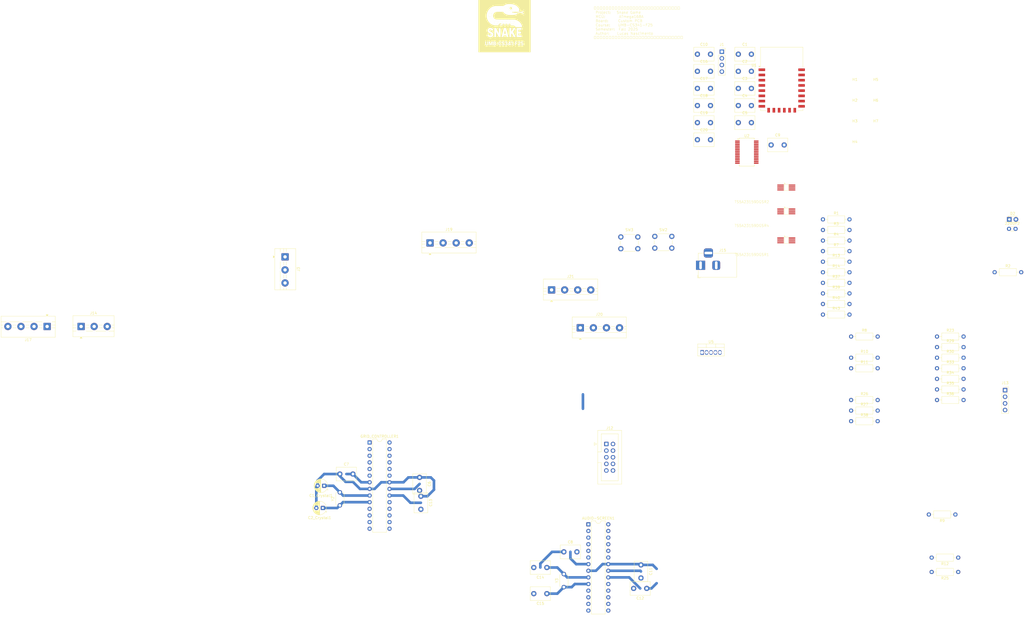
<source format=kicad_pcb>
(kicad_pcb (version 20241229) (generator "pcbnew") (generator_version "9.0")
  (layers (0 "F.Cu" signal) (2 "B.Cu" signal) (13 "F.Paste" user) (15 "B.Paste" user) (5 "F.SilkS" user "F.Silkscreen") (7 "B.SilkS" user "B.Silkscreen") (1 "F.Mask" user) (3 "B.Mask" user) (25 "Edge.Cuts" user))
  (net 0 "")
  (net 1 "GND")
  (net 2 "VCC")
  (net 3 "Net-(D2-K)")
  (net 4 "/GRID_CONTROLLER/DIN_GRID")
  (net 5 "/AUDIO-SCREEN_CONTROLLER/MOSI")
  (net 6 "/AUDIO-SCREEN_CONTROLLER/MISO")
  (net 7 "/AUDIO-SCREEN_CONTROLLER/RESET")
  (net 8 "/AUDIO-SCREEN_CONTROLLER/SCK")
  (net 9 "/AUDIO-SCREEN_CONTROLLER/RXD")
  (net 10 "/AUDIO-SCREEN_CONTROLLER/TXD")
  (net 11 "/AUDIO-SCREEN_CONTROLLER/B_EXIT")
  (net 12 "/AUDIO-SCREEN_CONTROLLER/B_SELECT")
  (net 13 "/AUDIO-SCREEN_CONTROLLER/B_START")
  (net 15 "/AUDIO-SCREEN_CONTROLLER/JS_RIGHT")
  (net 16 "/AUDIO-SCREEN_CONTROLLER/JS_DOWN")
  (net 17 "/AUDIO-SCREEN_CONTROLLER/JS_UP")
  (net 18 "/AUDIO-SCREEN_CONTROLLER/JS_LEFT")
  (net 19 "/AUDIO-SCREEN_CONTROLLER/SCL")
  (net 20 "/AUDIO-SCREEN_CONTROLLER/SDA")
  (net 21 "/AUDIO-SCREEN_CONTROLLER/INT1")
  (net 22 "/AUDIO-SCREEN_CONTROLLER/INT4")
  (net 23 "/AUDIO-SCREEN_CONTROLLER/INT2")
  (net 24 "/AUDIO-SCREEN_CONTROLLER/INT3")
  (net 25 "Net-(AUDIO-SCREEN1-XTAL1{slash}PB6)")
  (net 26 "Net-(AUDIO-SCREEN1-PD7)")
  (net 27 "Net-(AUDIO-SCREEN1-PC0)")
  (net 28 "/AUDIO-SCREEN_CONTROLLER/DAC1")
  (net 29 "Net-(AUDIO-SCREEN1-PD4)")
  (net 30 "Net-(AUDIO-SCREEN1-XTAL2{slash}PB7)")
  (net 31 "/AUDIO-SCREEN_CONTROLLER/DAC2")
  (net 32 "Net-(AUDIO-SCREEN1-PD2)")
  (net 33 "Net-(AUDIO-SCREEN1-PD3)")
  (net 39 "Net-(AUDIO-SCREEN1-AREF)")
  (net 40 "Net-(AUDIO-SCREEN1-PB0)")
  (net 41 "Net-(GRID_CONTROLLER1-AREF)")
  (net 42 "Net-(GRID_CONTROLLER1-XTAL1{slash}PB6)")
  (net 43 "Net-(GRID_CONTROLLER1-XTAL2{slash}PB7)")
  (net 45 "Net-(GRID_CONTROLLER1-PD7)")
  (net 46 "Net-(GRID_CONTROLLER1-PD2)")
  (net 47 "Net-(GRID_CONTROLLER1-PD4)")
  (net 48 "Net-(GRID_CONTROLLER1-PB0)")
  (net 49 "Net-(GRID_CONTROLLER1-PD5)")
  (net 50 "Net-(GRID_CONTROLLER1-PD6)")
  (net 52 "Net-(GRID_CONTROLLER1-PD3)")
  (net 54 "Net-(U1-VCC)")
  (net 58 "Net-(U1-EN)")
  (net 59 "Net-(U1-~{RST})")
  (net 65 "Net-(TS5A23159DGSR4-NC1)")
  (net 67 "Net-(TS5A23159DGSR4-NC2)")
  (net 68 "Net-(TS5A23159DGSR2-NC1)")
  (net 71 "Net-(TS5A23159DGSR2-NC2)")
  (net 72 "/CONTROLLERS/TXD")
  (net 73 "/CONTROLLERS/RXD")
  (footprint "Resistor_THT:R_Axial_DIN0207_L6.3mm_D2.5mm_P10.16mm_Horizontal" (layer "F.Cu") (at 240.1 63.46)
    (property "Reference" "R10")
    (property "Value" "100")
  )
  (footprint "Capacitor_THT:C_Disc_D7.5mm_W5.0mm_P5.00mm" (layer "F.Cu") (at 181.3 -52.75)
    (property "Reference" "C10")
    (property "Value" "100nF")
  )
  (footprint "Resistor_THT:R_Axial_DIN0207_L6.3mm_D2.5mm_P10.16mm_Horizontal" (layer "F.Cu") (at 240.1 67.51)
    (property "Reference" "R11")
    (property "Value" "100")
  )
  (footprint "Lucas_lib:TS5A23159DGSR" (layer "F.Cu") (at 202.1 24.5)
    (property "Reference" "TS5A23159DGSR1")
    (property "Value" "CONT_UART_RED_SWT")
  )
  (footprint "Capacitor_THT:C_Disc_D7.5mm_W5.0mm_P5.00mm" (layer "F.Cu") (at 196.95 -52.75)
    (property "Reference" "C1")
    (property "Value" "100nF")
  )
  (footprint "Button_Switch_THT:SW_PUSH_6mm" (layer "F.Cu") (at 165 17)
    (property "Reference" "SW2")
    (property "Value" "SWG_Push")
  )
  (footprint "TerminalBlock:TerminalBlock_MaiXu_MX126-5.0-04P_1x04_P5.00mm" (layer "F.Cu") (at 125.5 37.5)
    (property "Reference" "J21")
    (property "Value" "VCC")
  )
  (footprint "MountingHole:MountingHole_3.2mm_M3" (layer "F.Cu") (at 241.55 -30.95)
    (property "Reference" "H2")
    (property "Value" "MountingHole")
  )
  (footprint "Connector_BarrelJack:BarrelJack_Horizontal" (layer "F.Cu") (at 182.5 28.07 180)
    (property "Reference" "J15")
    (property "Value" "PJ-102A")
  )
  (footprint "Resistor_THT:R_Axial_DIN0207_L6.3mm_D2.5mm_P10.16mm_Horizontal" (layer "F.Cu") (at 240.1 55.36)
    (property "Reference" "R8")
    (property "Value" "100")
  )
  (footprint "Capacitor_THT:C_Disc_D7.5mm_W5.0mm_P5.00mm" (layer "F.Cu") (at 44.5 108)
    (property "Reference" "C7")
    (property "Value" "C_Small")
  )
  (footprint "Resistor_THT:R_Axial_DIN0207_L6.3mm_D2.5mm_P10.16mm_Horizontal" (layer "F.Cu") (at 240.1 87.76)
    (property "Reference" "R38")
    (property "Value" "4.7k")
  )
  (footprint "Connector_PinSocket_2.54mm:PinSocket_1x04_P2.54mm_Vertical" (layer "F.Cu") (at 190.65 -53.7)
    (property "Reference" "J1")
    (property "Value" "UART_ESP")
  )
  (footprint "Resistor_THT:R_Axial_DIN0207_L6.3mm_D2.5mm_P10.16mm_Horizontal" (layer "F.Cu") (at 229.32 34.8)
    (property "Reference" "R37")
    (property "Value" "100")
  )
  (footprint "Connector_Pin:snake" (layer "F.Cu") (at 107.5 -63.5)
    (property "Reference" "G***")
    (property "Value" "LOGO" (hide yes))
  )
  (footprint "MountingHole:MountingHole_3.2mm_M3" (layer "F.Cu") (at 241.55 -15.05)
    (property "Reference" "H4")
    (property "Value" "MountingHole")
  )
  (footprint "Connector_PinSocket_2.54mm:PinSocket_1x04_P2.54mm_Vertical" (layer "F.Cu") (at 299 75.88)
    (property "Reference" "J13")
    (property "Value" "UART_TERM")
  )
  (footprint "Resistor_THT:R_Axial_DIN0207_L6.3mm_D2.5mm_P10.16mm_Horizontal" (layer "F.Cu") (at 272.96 67.51)
    (property "Reference" "R33")
    (property "Value" "4.7k")
  )
  (footprint "Capacitor_THT:C_Disc_D7.5mm_W5.0mm_P5.00mm" (layer "F.Cu") (at 159.7 142.8 -90)
    (property "Reference" "C11")
    (property "Value" "100nF")
  )
  (footprint "Resistor_THT:R_Axial_DIN0207_L6.3mm_D2.5mm_P10.16mm_Horizontal" (layer "F.Cu") (at 281.08 145.5 180)
    (property "Reference" "R25")
    (property "Value" "100")
  )
  (footprint "Resistor_THT:R_Axial_DIN0207_L6.3mm_D2.5mm_P10.16mm_Horizontal" (layer "F.Cu") (at 272.96 63.46)
    (property "Reference" "R30")
    (property "Value" "4.7k")
  )
  (footprint "Capacitor_THT:C_Disc_D7.5mm_W5.0mm_P5.00mm" (layer "F.Cu") (at 196.95 -46.2)
    (property "Reference" "C2")
    (property "Value" "1uF")
  )
  (footprint "Capacitor_THT:CP_Radial_D5.0mm_P2.50mm" (layer "F.Cu") (at 38 121 180)
    (property "Reference" "C2_Crystal1")
    (property "Value" "C_Small")
  )
  (footprint "Resistor_THT:R_Axial_DIN0207_L6.3mm_D2.5mm_P10.16mm_Horizontal" (layer "F.Cu") (at 272.96 79.66)
    (property "Reference" "R36")
    (property "Value" "4.7k")
  )
  (footprint "Crystal:Resonator-2Pin_W6.0mm_H3.0mm" (layer "F.Cu") (at 130.2 151.3 90)
    (property "Reference" "Y3")
    (property "Value" "Crystal")
  )
  (footprint "LED_THT:LED_D1.8mm_W3.3mm_H2.4mm" (layer "F.Cu") (at 300.61 10.51)
    (property "Reference" "D2")
    (property "Value" "LED")
  )
  (footprint "MountingHole:MountingHole_3.2mm_M3" (layer "F.Cu") (at 249.5 -38.9)
    (property "Reference" "H5")
    (property "Value" "MountingHole")
  )
  (footprint "Resistor_THT:R_Axial_DIN0207_L6.3mm_D2.5mm_P10.16mm_Horizontal" (layer "F.Cu") (at 229.32 14.55)
    (property "Reference" "R3")
    (property "Value" "100")
  )
  (footprint "MountingHole:MountingHole_3.2mm_M3" (layer "F.Cu") (at 249.5 -30.95)
    (property "Reference" "H6")
    (property "Value" "MountingHole")
  )
  (footprint "Resistor_THT:R_Axial_DIN0207_L6.3mm_D2.5mm_P10.16mm_Horizontal" (layer "F.Cu") (at 229.32 46.95)
    (property "Reference" "R43")
    (property "Value" "4.7k")
  )
  (footprint "Capacitor_THT:C_Disc_D7.5mm_W5.0mm_P5.00mm" (layer "F.Cu") (at 181.3 -39.65)
    (property "Reference" "C17")
    (property "Value" "100nF")
  )
  (footprint "Resistor_THT:R_Axial_DIN0207_L6.3mm_D2.5mm_P10.16mm_Horizontal" (layer "F.Cu") (at 240.1 83.71)
    (property "Reference" "R27")
    (property "Value" "4.7k")
  )
  (footprint "Package_TO_SOT_THT:TO-220-5_Vertical" (layer "F.Cu") (at 183.1 61.45)
    (property "Reference" "U5")
    (property "Value" "LM2576T-ADJ")
  )
  (footprint "Capacitor_THT:C_Disc_D7.5mm_W5.0mm_P5.00mm" (layer "F.Cu") (at 75 109.294888 -90)
    (property "Reference" "C6")
    (property "Value" "C_Small")
  )
  (footprint "Crystal:Resonator-2Pin_W6.0mm_H3.0mm" (layer "F.Cu") (at 44.5 120 90)
    (property "Reference" "Y2")
    (property "Value" "Crystal")
  )
  (footprint "Package_SO:SSOP-28_5.3x10.2mm_P0.65mm" (layer "F.Cu") (at 200.2 -15.25)
    (property "Reference" "U2")
    (property "Value" "FT232RL")
  )
  (footprint "TerminalBlock:TerminalBlock_MaiXu_MX126-5.0-04P_1x04_P5.00mm" (layer "F.Cu") (at 136.5 52)
    (property "Reference" "J20")
    (property "Value" "GROUND")
  )
  (footprint "Resistor_THT:R_Axial_DIN0207_L6.3mm_D2.5mm_P10.16mm_Horizontal" (layer "F.Cu") (at 229.32 38.85)
    (property "Reference" "R39")
    (property "Value" "4.7k")
  )
  (footprint "Capacitor_THT:C_Disc_D7.5mm_W5.0mm_P5.00mm" (layer "F.Cu") (at 181.3 -20)
    (property "Reference" "C20")
    (property "Value" "100nF")
  )
  (footprint "Lucas_lib:TS5A23159DGSR" (layer "F.Cu") (at 202.1 4.3)
    (property "Reference" "TS5A23159DGSR2")
    (property "Value" "PAD_3&4")
  )
  (footprint "MountingHole:MountingHole_3.2mm_M3" (layer "F.Cu") (at 249.5 -23)
    (property "Reference" "H7")
    (property "Value" "MountingHole")
  )
  (footprint "Capacitor_THT:C_Disc_D7.5mm_W5.0mm_P5.00mm" (layer "F.Cu") (at 75.5 116.5 -90)
    (property "Reference" "C13")
    (property "Value" "100nF")
  )
  (footprint "Resistor_THT:R_Axial_DIN0207_L6.3mm_D2.5mm_P10.16mm_Horizontal" (layer "F.Cu") (at 272.96 75.61)
    (property "Reference" "R35")
    (property "Value" "4.7k")
  )
  (footprint "Package_DIP:DIP-28_W7.62mm" (layer "F.Cu") (at 139.58 127.26)
    (property "Reference" "AUDIO-SCREEN1")
    (property "Value" "ATmega168A-P")
  )
  (footprint "TerminalBlock:TerminalBlock_MaiXu_MX126-5.0-04P_1x04_P5.00mm" (layer "F.Cu") (at 79 19.5)
    (property "Reference" "J19")
    (property "Value" "PCF_SCREEN")
  )
  (footprint "Connector_IDC:IDC-Header_2x05_P2.54mm_Vertical" (layer "F.Cu") (at 146.46 96.5)
    (property "Reference" "J12")
    (property "Value" "USB_ASP")
  )
  (footprint "Button_Switch_THT:SW_PUSH_6mm" (layer "F.Cu") (at 152 17.23)
    (property "Reference" "SW3")
    (property "Value" "SWS_Push")
  )
  (footprint "Capacitor_THT:C_Disc_D7.5mm_W5.0mm_P5.00mm" (layer "F.Cu") (at 209.5 -18)
    (property "Reference" "C9")
    (property "Value" "100nF")
  )
  (footprint "Resistor_THT:R_Axial_DIN0207_L6.3mm_D2.5mm_P10.16mm_Horizontal" (layer "F.Cu") (at 229.32 30.75)
    (property "Reference" "R14")
    (property "Value" "100")
  )
  (footprint "Resistor_THT:R_Axial_DIN0207_L6.3mm_D2.5mm_P10.16mm_Horizontal" (layer "F.Cu") (at 229.32 10.5)
    (property "Reference" "R1")
    (property "Value" "100")
  )
  (footprint "Resistor_THT:R_Axial_DIN0207_L6.3mm_D2.5mm_P10.16mm_Horizontal" (layer "F.Cu") (at 229.32 42.9)
    (property "Reference" "R40")
    (property "Value" "4.7k")
  )
  (footprint "Lucas_lib:TS5A23159DGSR" (layer "F.Cu") (at 202.1 13.4)
    (property "Reference" "TS5A23159DGSR4")
    (property "Value" "PAD_1&2")
  )
  (footprint "Capacitor_THT:CP_Radial_D5.0mm_P2.50mm" (layer "F.Cu") (at 38.5 112.5 180)
    (property "Reference" "C1_Crystal1")
    (property "Value" "C_Small")
  )
  (footprint "MountingHole:MountingHole_3.2mm_M3" (layer "F.Cu") (at 241.55 -23)
    (property "Reference" "H3")
    (property "Value" "MountingHole")
  )
  (footprint "Capacitor_THT:C_Disc_D7.5mm_W5.0mm_P5.00mm" (layer "F.Cu") (at 161.905112 151.8 180)
    (property "Reference" "C12")
    (property "Value" "100nF")
  )
  (footprint "Resistor_THT:R_Axial_DIN0207_L6.3mm_D2.5mm_P10.16mm_Horizontal" (layer "F.Cu") (at 272.96 59.41)
    (property "Reference" "R29")
    (property "Value" "4.7k")
  )
  (footprint "Resistor_THT:R_Axial_DIN0207_L6.3mm_D2.5mm_P10.16mm_Horizontal" (layer "F.Cu") (at 229.32 26.7)
    (property "Reference" "R13")
    (property "Value" "100")
  )
  (footprint "Capacitor_THT:C_Disc_D7.5mm_W5.0mm_P5.00mm" (layer "F.Cu") (at 196.95 -26.55)
    (property "Reference" "C5")
    (property "Value" "C_Small")
  )
  (footprint "RF_Module:ESP-12E" (layer "F.Cu") (at 213.55 -43.3)
    (property "Reference" "U1")
    (property "Value" "ESP-12E")
  )
  (footprint "Resistor_THT:R_Axial_DIN0207_L6.3mm_D2.5mm_P10.16mm_Horizontal" (layer "F.Cu") (at 295.01 30.73)
    (property "Reference" "R2")
    (property "Value" "100")
  )
  (footprint "TerminalBlock:TerminalBlock_MaiXu_MX126-5.0-03P_1x03_P5.00mm" (layer "F.Cu") (at -54.5 51.5)
    (property "Reference" "J14")
    (property "Value" "BUTTONS")
  )
  (footprint "Capacitor_THT:C_Disc_D7.5mm_W5.0mm_P5.00mm" (layer "F.Cu") (at 196.95 -39.65)
    (property "Reference" "C3")
    (property "Value" "100nF")
  )
  (footprint "Resistor_THT:R_Axial_DIN0207_L6.3mm_D2.5mm_P10.16mm_Horizontal" (layer "F.Cu") (at 280 123.5 180)
    (property "Reference" "R9")
    (property "Value" "100")
  )
  (footprint "Resistor_THT:R_Axial_DIN0207_L6.3mm_D2.5mm_P10.16mm_Horizontal" (layer "F.Cu") (at 240.1 79.66)
    (property "Reference" "R26")
    (property "Value" "100")
  )
  (footprint "Package_DIP:DIP-28_W7.62mm" (layer "F.Cu") (at 55.88 95.92)
    (property "Reference" "GRID_CONTROLLER1")
    (property "Value" "ATmega168A-P")
  )
  (footprint "TerminalBlock:TerminalBlock_MaiXu_MX126-5.0-03P_1x03_P5.00mm" (layer "F.Cu") (at 23.5325 24.84 -90)
    (property "Reference" "J3")
    (property "Value" "GRID")
  )
  (footprint "Resistor_THT:R_Axial_DIN0207_L6.3mm_D2.5mm_P10.16mm_Horizontal" (layer "F.Cu") (at 272.96 71.56)
    (property "Reference" "R34")
    (property "Value" "4.7k")
  )
  (footprint "Capacitor_THT:C_Disc_D7.5mm_W5.0mm_P5.00mm" (layer "F.Cu") (at 130.2 137.8)
    (property "Reference" "C8")
    (property "Value" "C_Small")
  )
  (footprint "Capacitor_THT:C_Disc_D7.5mm_W5.0mm_P5.00mm" (layer "F.Cu") (at 181.3 -33.1)
    (property "Reference" "C18")
    (property "Value" "100nF")
  )
  (footprint "TerminalBlock:TerminalBlock_MaiXu_MX126-5.0-04P_1x04_P5.00mm" (layer "F.Cu") (at -67.5 51.5 180)
    (property "Reference" "J17")
    (property "Value" "JOYSTICK")
  )
  (footprint "Capacitor_THT:C_Disc_D7.5mm_W5.0mm_P5.00mm" (layer "F.Cu") (at 123.7 143.8 180)
    (property "Reference" "C14")
    (property "Value" "20pF")
  )
  (footprint "Resistor_THT:R_Axial_DIN0207_L6.3mm_D2.5mm_P10.16mm_Horizontal" (layer "F.Cu") (at 229.32 22.65)
    (property "Reference" "R7")
    (property "Value" "100")
  )
  (footprint "Capacitor_THT:C_Disc_D7.5mm_W5.0mm_P5.00mm" (layer "F.Cu") (at 181.3 -26.55)
    (property "Reference" "C19")
    (property "Value" "100nF")
  )
  (footprint "Capacitor_THT:C_Disc_D7.5mm_W5.0mm_P5.00mm" (layer "F.Cu") (at 123.7 153.8 180)
    (property "Reference" "C15")
    (property "Value" "20pF")
  )
  (footprint "Capacitor_THT:C_Disc_D7.5mm_W5.0mm_P5.00mm" (layer "F.Cu") (at 196.95 -33.1)
    (property "Reference" "C4")
    (property "Value" "100nF")
  )
  (footprint "Capacitor_THT:C_Disc_D7.5mm_W5.0mm_P5.00mm" (layer "F.Cu") (at 181.3 -46.2)
    (property "Reference" "C16")
    (property "Value" "100nF")
  )
  (footprint "Capacitor_THT:C_Disc_D3.0mm_W1.6mm_P2.50mm" (layer "F.Cu") (at 300.51 14.12)
    (property "Reference" "220UF2")
    (property "Value" "C_Polarized")
  )
  (footprint "Resistor_THT:R_Axial_DIN0207_L6.3mm_D2.5mm_P10.16mm_Horizontal" (layer "F.Cu") (at 272.96 55.36)
    (property "Reference" "R23")
    (property "Value" "4.7k")
  )
  (footprint "Resistor_THT:R_Axial_DIN0207_L6.3mm_D2.5mm_P10.16mm_Horizontal" (layer "F.Cu") (at 281.08 140 180)
    (property "Reference" "R12")
    (property "Value" "100")
  )
  (footprint "MountingHole:MountingHole_3.2mm_M3" (layer "F.Cu") (at 241.55 -38.9)
    (property "Reference" "H1")
    (property "Value" "MountingHole")
  )
  (footprint "Resistor_THT:R_Axial_DIN0207_L6.3mm_D2.5mm_P10.16mm_Horizontal" (layer "F.Cu") (at 229.32 18.6)
    (property "Reference" "R4")
    (property "Value" "100")
  )
  (gr_text "═════════════════════════════\n Project:   Snake Game\n MCU:       ATmega168A\n Board:     Custom PCB\n Course:    UMB-CS341-F25\n Semester:  Fall 2025\n Author:    Lucas Nascimento\n══════════════════════════════" (at 141.5 -58.5 0) (layer "F.SilkS") (effects (font (size 1 1) (thickness 0.1)) (justify left bottom)))
  (segment (start 44.5 108) (end 38.5 108) (width 1) (layer "B.Cu") (net 1))
  (segment (start 145 142.5) (end 147.2 142.5) (width 1) (layer "B.Cu") (net 1))
  (segment (start 147.2 142.5) (end 159.4 142.5) (width 1) (layer "B.Cu") (net 1))
  (segment (start 38.5 108) (end 36 110.5) (width 1) (layer "B.Cu") (net 1))
  (segment (start 55.88 113.7) (end 57.8 113.7) (width 1) (layer "B.Cu") (net 1))
  (segment (start 60.34 111.16) (end 63.5 111.16) (width 1) (layer "B.Cu") (net 1))
  (segment (start 75.5 116.5) (end 78 116.5) (width 1) (layer "B.Cu") (net 1))
  (segment (start 142.46 145.04) (end 145 142.5) (width 1) (layer "B.Cu") (net 1))
  (segment (start 80.5 114) (end 80.5 110.5) (width 1) (layer "B.Cu") (net 1))
  (segment (start 163.7 151.8) (end 161.905112 151.8) (width 1) (layer "B.Cu") (net 1))
  (segment (start 80.5 110.5) (end 79.294888 109.294888) (width 1) (layer "B.Cu") (net 1))
  (segment (start 35.5 121) (end 35.5 113) (width 1) (layer "B.Cu") (net 1))
  (segment (start 121.2 142.3) (end 125.7 137.8) (width 1) (layer "B.Cu") (net 1))
  (segment (start 164.2 142.8) (end 165.7 144.3) (width 1) (layer "B.Cu") (net 1))
  (segment (start 44.5 108) (end 44.5 108.8) (width 1) (layer "B.Cu") (net 1))
  (segment (start 125.7 137.8) (end 130.2 137.8) (width 1) (layer "B.Cu") (net 1))
  (segment (start 159.4 142.5) (end 159.7 142.8) (width 1) (layer "B.Cu") (net 1))
  (segment (start 63.5 111.16) (end 68.84 111.16) (width 1) (layer "B.Cu") (net 1))
  (segment (start 46.7 111) (end 49.5 111) (width 1) (layer "B.Cu") (net 1))
  (segment (start 36 110.5) (end 36 112.5) (width 1) (layer "B.Cu") (net 1))
  (segment (start 49.5 111) (end 52.2 113.7) (width 1) (layer "B.Cu") (net 1))
  (segment (start 137.5 77.5) (end 137.5 83) (width 1) (layer "B.Cu") (net 1))
  (segment (start 139.58 145.04) (end 142.46 145.04) (width 1) (layer "B.Cu") (net 1))
  (segment (start 121.2 143.8) (end 121.2 142.3) (width 1) (layer "B.Cu") (net 1))
  (segment (start 35.5 113) (end 36 112.5) (width 1) (layer "B.Cu") (net 1))
  (segment (start 165.7 149.8) (end 163.7 151.8) (width 1) (layer "B.Cu") (net 1))
  (segment (start 68.84 111.16) (end 70.705112 109.294888) (width 1) (layer "B.Cu") (net 1))
  (segment (start 70.705112 109.294888) (end 75 109.294888) (width 1) (layer "B.Cu") (net 1))
  (segment (start 52.2 113.7) (end 55.88 113.7) (width 1) (layer "B.Cu") (net 1))
  (segment (start 159.7 142.8) (end 164.2 142.8) (width 1) (layer "B.Cu") (net 1))
  (segment (start 78 116.5) (end 80.5 114) (width 1) (layer "B.Cu") (net 1))
  (segment (start 79.294888 109.294888) (end 75 109.294888) (width 1) (layer "B.Cu") (net 1))
  (segment (start 57.8 113.7) (end 60.34 111.16) (width 1) (layer "B.Cu") (net 1))
  (segment (start 44.5 108.8) (end 46.7 111) (width 1) (layer "B.Cu") (net 1))
  (segment (start 49.5 108) (end 52.66 111.16) (width 1) (layer "B.Cu") (net 2))
  (segment (start 47 108) (end 49.5 108) (width 1) (layer "B.Cu") (net 2))
  (segment (start 68.74 116.24) (end 71.5 119) (width 1) (layer "B.Cu") (net 2))
  (segment (start 147.2 147.58) (end 155.185112 147.58) (width 1) (layer "B.Cu") (net 2))
  (segment (start 132.7 137.8) (end 132.7 140.3) (width 1) (layer "B.Cu") (net 2))
  (segment (start 155.185112 147.58) (end 159.405112 151.8) (width 1) (layer "B.Cu") (net 2))
  (segment (start 52.66 111.16) (end 55.88 111.16) (width 1) (layer "B.Cu") (net 2))
  (segment (start 132.7 140.3) (end 134.9 142.5) (width 1) (layer "B.Cu") (net 2))
  (segment (start 71.5 119) (end 75.5 119) (width 1) (layer "B.Cu") (net 2))
  (segment (start 63.5 116.24) (end 68.74 116.24) (width 1) (layer "B.Cu") (net 2))
  (segment (start 134.9 142.5) (end 139.58 142.5) (width 1) (layer "B.Cu") (net 2))
  (segment (start 123.7 143.8) (end 127.7 143.8) (width 1) (layer "B.Cu") (net 25))
  (segment (start 130.2 146.3) (end 131.48 147.58) (width 1) (layer "B.Cu") (net 25))
  (segment (start 131.48 147.58) (end 139.58 147.58) (width 1) (layer "B.Cu") (net 25))
  (segment (start 127.7 143.8) (end 130.2 146.3) (width 1) (layer "B.Cu") (net 25))
  (segment (start 123.7 153.8) (end 127.7 153.8) (width 1) (layer "B.Cu") (net 30))
  (segment (start 133.2 151.3) (end 134.38 150.12) (width 1) (layer "B.Cu") (net 30))
  (segment (start 134.38 150.12) (end 139.58 150.12) (width 1) (layer "B.Cu") (net 30))
  (segment (start 127.7 153.8) (end 130.2 151.3) (width 1) (layer "B.Cu") (net 30))
  (segment (start 130.2 151.3) (end 133.2 151.3) (width 1) (layer "B.Cu") (net 30))
  (segment (start 159.44 145.04) (end 159.7 145.3) (width 1) (layer "B.Cu") (net 39))
  (segment (start 147.2 145.04) (end 159.44 145.04) (width 1) (layer "B.Cu") (net 39))
  (segment (start 63.5 113.7) (end 73.094888 113.7) (width 1) (layer "B.Cu") (net 41))
  (segment (start 73.094888 113.7) (end 75 111.794888) (width 1) (layer "B.Cu") (net 41))
  (segment (start 38.5 112.5) (end 42 112.5) (width 1) (layer "B.Cu") (net 42))
  (segment (start 45.74 116.24) (end 55.88 116.24) (width 1) (layer "B.Cu") (net 42))
  (segment (start 42 112.5) (end 44.5 115) (width 1) (layer "B.Cu") (net 42))
  (segment (start 44.5 115) (end 45.74 116.24) (width 1) (layer "B.Cu") (net 42))
  (segment (start 38 121) (end 43.5 121) (width 1) (layer "B.Cu") (net 43))
  (segment (start 44.5 120) (end 45.72 118.78) (width 1) (layer "B.Cu") (net 43))
  (segment (start 43.5 121) (end 44.5 120) (width 1) (layer "B.Cu") (net 43))
  (segment (start 45.72 118.78) (end 55.88 118.78) (width 1) (layer "B.Cu") (net 43))
)
</source>
